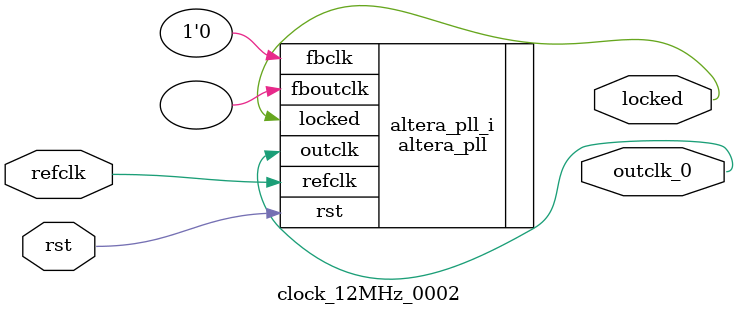
<source format=v>
`timescale 1ns/10ps
module  clock_12MHz_0002(

	// interface 'refclk'
	input wire refclk,

	// interface 'reset'
	input wire rst,

	// interface 'outclk0'
	output wire outclk_0,

	// interface 'locked'
	output wire locked
);

	altera_pll #(
		.fractional_vco_multiplier("false"),
		.reference_clock_frequency("50.0 MHz"),
		.operation_mode("direct"),
		.number_of_clocks(1),
		.output_clock_frequency0("12.000000 MHz"),
		.phase_shift0("0 ps"),
		.duty_cycle0(50),
		.output_clock_frequency1("0 MHz"),
		.phase_shift1("0 ps"),
		.duty_cycle1(50),
		.output_clock_frequency2("0 MHz"),
		.phase_shift2("0 ps"),
		.duty_cycle2(50),
		.output_clock_frequency3("0 MHz"),
		.phase_shift3("0 ps"),
		.duty_cycle3(50),
		.output_clock_frequency4("0 MHz"),
		.phase_shift4("0 ps"),
		.duty_cycle4(50),
		.output_clock_frequency5("0 MHz"),
		.phase_shift5("0 ps"),
		.duty_cycle5(50),
		.output_clock_frequency6("0 MHz"),
		.phase_shift6("0 ps"),
		.duty_cycle6(50),
		.output_clock_frequency7("0 MHz"),
		.phase_shift7("0 ps"),
		.duty_cycle7(50),
		.output_clock_frequency8("0 MHz"),
		.phase_shift8("0 ps"),
		.duty_cycle8(50),
		.output_clock_frequency9("0 MHz"),
		.phase_shift9("0 ps"),
		.duty_cycle9(50),
		.output_clock_frequency10("0 MHz"),
		.phase_shift10("0 ps"),
		.duty_cycle10(50),
		.output_clock_frequency11("0 MHz"),
		.phase_shift11("0 ps"),
		.duty_cycle11(50),
		.output_clock_frequency12("0 MHz"),
		.phase_shift12("0 ps"),
		.duty_cycle12(50),
		.output_clock_frequency13("0 MHz"),
		.phase_shift13("0 ps"),
		.duty_cycle13(50),
		.output_clock_frequency14("0 MHz"),
		.phase_shift14("0 ps"),
		.duty_cycle14(50),
		.output_clock_frequency15("0 MHz"),
		.phase_shift15("0 ps"),
		.duty_cycle15(50),
		.output_clock_frequency16("0 MHz"),
		.phase_shift16("0 ps"),
		.duty_cycle16(50),
		.output_clock_frequency17("0 MHz"),
		.phase_shift17("0 ps"),
		.duty_cycle17(50),
		.pll_type("General"),
		.pll_subtype("General")
	) altera_pll_i (
		.rst	(rst),
		.outclk	({outclk_0}),
		.locked	(locked),
		.fboutclk	( ),
		.fbclk	(1'b0),
		.refclk	(refclk)
	);
endmodule


</source>
